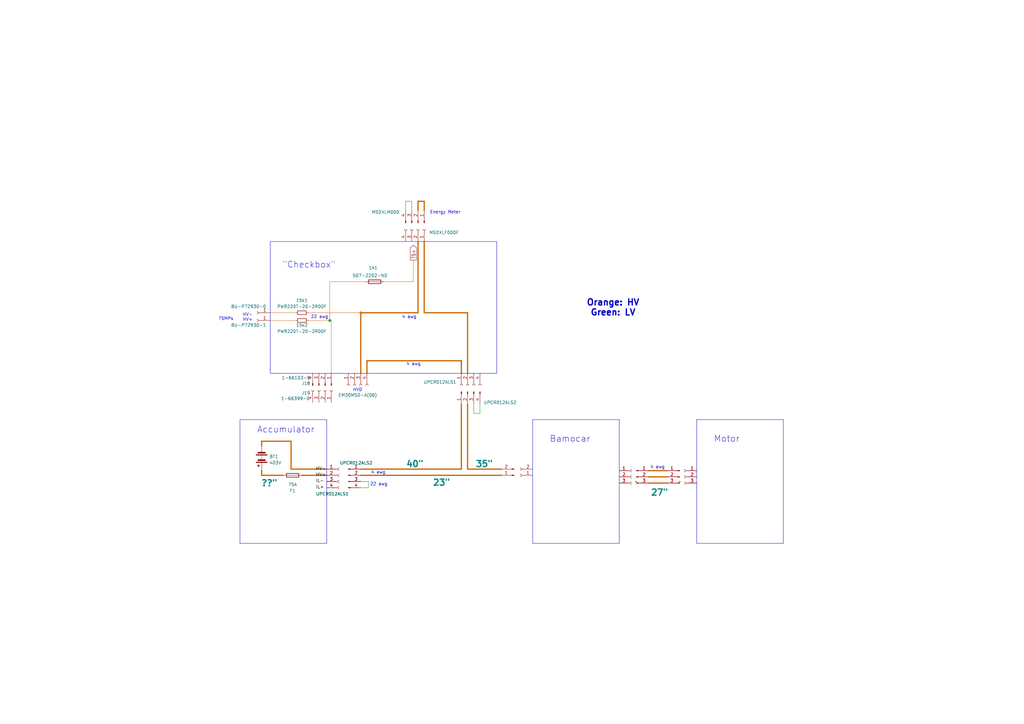
<source format=kicad_sch>
(kicad_sch (version 20231120) (generator "eeschema") (generator_version "8.0")
  (paper "A3")
  (lib_symbols
    (symbol "Connector:Conn_01x01_Socket" (pin_names (offset 1.016) hide)
      (property "Reference" "J" (at 0 2.54 0))
      (property "Value" "Conn_01x01_Socket" (at 0 -2.54 0))
      (symbol "Conn_01x01_Socket_1_1"
        (polyline (pts (xy -1.27 0) (xy -0.508 0)) (stroke (width 0.1524)))
        (arc (start 0 0.508) (mid -0.5058 0) (end 0 -0.508) (stroke (width 0.1524)))
        (pin passive line (at -5.08 0 0) (length 3.81) (name "Pin_1") (number "1"))
      )
    )
    (symbol "Connector:Conn_01x02_Pin" (pin_names (offset 1.016) hide)
      (property "Reference" "J" (at 0 2.54 0))
      (property "Value" "Conn_01x02_Pin" (at 0 -5.08 0))
      (symbol "Conn_01x02_Pin_1_1"
        (polyline (pts (xy 1.27 -2.54) (xy 0.8636 -2.54)) (stroke (width 0.1524)))
        (polyline (pts (xy 1.27 0) (xy 0.8636 0)) (stroke (width 0.1524)))
        (rectangle (start 0.8636 -2.413) (end 0 -2.667) (stroke (width 0.1524)) (fill (type outline)))
        (rectangle (start 0.8636 0.127) (end 0 -0.127) (stroke (width 0.1524)) (fill (type outline)))
        (pin passive line (at 5.08 0 180) (length 3.81) (name "Pin_1") (number "1"))
        (pin passive line (at 5.08 -2.54 180) (length 3.81) (name "Pin_2") (number "2"))
      )
    )
    (symbol "Connector:Conn_01x02_Socket" (pin_names (offset 1.016) hide)
      (property "Reference" "J" (at 0 2.54 0))
      (property "Value" "Conn_01x02_Socket" (at 0 -5.08 0))
      (symbol "Conn_01x02_Socket_1_1"
        (arc (start 0 -2.032) (mid -0.5058 -2.54) (end 0 -3.048) (stroke (width 0.1524)))
        (polyline (pts (xy -1.27 -2.54) (xy -0.508 -2.54)) (stroke (width 0.1524)))
        (polyline (pts (xy -1.27 0) (xy -0.508 0)) (stroke (width 0.1524)))
        (arc (start 0 0.508) (mid -0.5058 0) (end 0 -0.508) (stroke (width 0.1524)))
        (pin passive line (at -5.08 0 0) (length 3.81) (name "Pin_1") (number "1"))
        (pin passive line (at -5.08 -2.54 0) (length 3.81) (name "Pin_2") (number "2"))
      )
    )
    (symbol "Connector:Conn_01x03_Pin" (pin_names (offset 1.016) hide)
      (property "Reference" "J" (at 0 5.08 0))
      (property "Value" "Conn_01x03_Pin" (at 0 -5.08 0))
      (symbol "Conn_01x03_Pin_1_1"
        (polyline (pts (xy 1.27 -2.54) (xy 0.8636 -2.54)) (stroke (width 0.1524)))
        (polyline (pts (xy 1.27 0) (xy 0.8636 0)) (stroke (width 0.1524)))
        (polyline (pts (xy 1.27 2.54) (xy 0.8636 2.54)) (stroke (width 0.1524)))
        (rectangle (start 0.8636 -2.413) (end 0 -2.667) (stroke (width 0.1524)) (fill (type outline)))
        (rectangle (start 0.8636 0.127) (end 0 -0.127) (stroke (width 0.1524)) (fill (type outline)))
        (rectangle (start 0.8636 2.667) (end 0 2.413) (stroke (width 0.1524)) (fill (type outline)))
        (pin passive line (at 5.08 2.54 180) (length 3.81) (name "Pin_1") (number "1"))
        (pin passive line (at 5.08 0 180) (length 3.81) (name "Pin_2") (number "2"))
        (pin passive line (at 5.08 -2.54 180) (length 3.81) (name "Pin_3") (number "3"))
      )
    )
    (symbol "Connector:Conn_01x03_Socket" (pin_names (offset 1.016) hide)
      (property "Reference" "J" (at 0 5.08 0))
      (property "Value" "Conn_01x03_Socket" (at 0 -5.08 0))
      (symbol "Conn_01x03_Socket_1_1"
        (arc (start 0 -2.032) (mid -0.5058 -2.54) (end 0 -3.048) (stroke (width 0.1524)))
        (polyline (pts (xy -1.27 -2.54) (xy -0.508 -2.54)) (stroke (width 0.1524)))
        (polyline (pts (xy -1.27 0) (xy -0.508 0)) (stroke (width 0.1524)))
        (polyline (pts (xy -1.27 2.54) (xy -0.508 2.54)) (stroke (width 0.1524)))
        (arc (start 0 0.508) (mid -0.5058 0) (end 0 -0.508) (stroke (width 0.1524)))
        (arc (start 0 3.048) (mid -0.5058 2.54) (end 0 2.032) (stroke (width 0.1524)))
        (pin passive line (at -5.08 2.54 0) (length 3.81) (name "Pin_1") (number "1"))
        (pin passive line (at -5.08 0 0) (length 3.81) (name "Pin_2") (number "2"))
        (pin passive line (at -5.08 -2.54 0) (length 3.81) (name "Pin_3") (number "3"))
      )
    )
    (symbol "Connector:Conn_01x04_Pin" (pin_names (offset 1.016) hide)
      (property "Reference" "J" (at 0 5.08 0))
      (property "Value" "Conn_01x04_Pin" (at 0 -7.62 0))
      (symbol "Conn_01x04_Pin_1_1"
        (polyline (pts (xy 1.27 -5.08) (xy 0.8636 -5.08)) (stroke (width 0.1524)))
        (polyline (pts (xy 1.27 -2.54) (xy 0.8636 -2.54)) (stroke (width 0.1524)))
        (polyline (pts (xy 1.27 0) (xy 0.8636 0)) (stroke (width 0.1524)))
        (polyline (pts (xy 1.27 2.54) (xy 0.8636 2.54)) (stroke (width 0.1524)))
        (rectangle (start 0.8636 -4.953) (end 0 -5.207) (stroke (width 0.1524)) (fill (type outline)))
        (rectangle (start 0.8636 -2.413) (end 0 -2.667) (stroke (width 0.1524)) (fill (type outline)))
        (rectangle (start 0.8636 0.127) (end 0 -0.127) (stroke (width 0.1524)) (fill (type outline)))
        (rectangle (start 0.8636 2.667) (end 0 2.413) (stroke (width 0.1524)) (fill (type outline)))
        (pin passive line (at 5.08 2.54 180) (length 3.81) (name "Pin_1") (number "1"))
        (pin passive line (at 5.08 0 180) (length 3.81) (name "Pin_2") (number "2"))
        (pin passive line (at 5.08 -2.54 180) (length 3.81) (name "Pin_3") (number "3"))
        (pin passive line (at 5.08 -5.08 180) (length 3.81) (name "Pin_4") (number "4"))
      )
    )
    (symbol "Connector:Conn_01x04_Socket" (pin_names (offset 1.016) hide)
      (property "Reference" "J" (at 0 5.08 0))
      (property "Value" "Conn_01x04_Socket" (at 0 -7.62 0))
      (symbol "Conn_01x04_Socket_1_1"
        (arc (start 0 -4.572) (mid -0.5058 -5.08) (end 0 -5.588) (stroke (width 0.1524)))
        (arc (start 0 -2.032) (mid -0.5058 -2.54) (end 0 -3.048) (stroke (width 0.1524)))
        (polyline (pts (xy -1.27 -5.08) (xy -0.508 -5.08)) (stroke (width 0.1524)))
        (polyline (pts (xy -1.27 -2.54) (xy -0.508 -2.54)) (stroke (width 0.1524)))
        (polyline (pts (xy -1.27 0) (xy -0.508 0)) (stroke (width 0.1524)))
        (polyline (pts (xy -1.27 2.54) (xy -0.508 2.54)) (stroke (width 0.1524)))
        (arc (start 0 0.508) (mid -0.5058 0) (end 0 -0.508) (stroke (width 0.1524)))
        (arc (start 0 3.048) (mid -0.5058 2.54) (end 0 2.032) (stroke (width 0.1524)))
        (pin passive line (at -5.08 2.54 0) (length 3.81) (name "Pin_1") (number "1"))
        (pin passive line (at -5.08 0 0) (length 3.81) (name "Pin_2") (number "2"))
        (pin passive line (at -5.08 -2.54 0) (length 3.81) (name "Pin_3") (number "3"))
        (pin passive line (at -5.08 -5.08 0) (length 3.81) (name "Pin_4") (number "4"))
      )
    )
    (symbol "Device:Battery" (pin_numbers hide) (pin_names (offset 0) hide)
      (property "Reference" "BT" (at 2.54 2.54 0))
      (property "Value" "Battery" (at 2.54 0 0))
      (symbol "Battery_0_1"
        (rectangle (start -2.286 -1.27) (end 2.286 -1.524) (fill (type outline)))
        (rectangle (start -2.286 1.778) (end 2.286 1.524) (fill (type outline)))
        (rectangle (start -1.524 -2.032) (end 1.524 -2.54) (fill (type outline)))
        (rectangle (start -1.524 1.016) (end 1.524 0.508) (fill (type outline)))
        (polyline (pts (xy 0 -1.016) (xy 0 -0.762)))
        (polyline (pts (xy 0 -0.508) (xy 0 -0.254)))
        (polyline (pts (xy 0 0) (xy 0 0.254)))
        (polyline (pts (xy 0 1.778) (xy 0 2.54)))
        (polyline (pts (xy 0.762 3.048) (xy 1.778 3.048)) (stroke (width 0.254)))
        (polyline (pts (xy 1.27 3.556) (xy 1.27 2.54)) (stroke (width 0.254)))
      )
      (symbol "Battery_1_1"
        (pin passive line (at 0 5.08 270) (length 2.54) (name "+") (number "1"))
        (pin passive line (at 0 -5.08 90) (length 2.54) (name "-") (number "2"))
      )
    )
    (symbol "Device:Fuse" (pin_numbers hide) (pin_names (offset 0))
      (property "Reference" "F" (at 2.032 0 90))
      (property "Value" "Fuse" (at -1.905 0 90))
      (symbol "Fuse_0_1"
        (rectangle (start -0.762 -2.54) (end 0.762 2.54) (stroke (width 0.254)))
        (polyline (pts (xy 0 2.54) (xy 0 -2.54)))
      )
      (symbol "Fuse_1_1"
        (pin passive line (at 0 3.81 270) (length 1.27) (name "~") (number "1"))
        (pin passive line (at 0 -3.81 90) (length 1.27) (name "~") (number "2"))
      )
    )
    (symbol "Device:R_Small" (pin_numbers hide) (pin_names (offset 0.254) hide)
      (property "Reference" "R" (at 0.762 0.508 0))
      (property "Value" "R_Small" (at 0.762 -1.016 0))
      (symbol "R_Small_0_1"
        (rectangle (start -0.762 1.778) (end 0.762 -1.778) (stroke (width 0.2032)))
      )
      (symbol "R_Small_1_1"
        (pin passive line (at 0 2.54 270) (length 0.762) (name "~") (number "1"))
        (pin passive line (at 0 -2.54 90) (length 0.762) (name "~") (number "2"))
      )
    )
  )
  (junction (at 147.955 128.27) (color 204 102 0 1))
  (junction (at 135.255 131.445))
  (wire (pts (xy 135.255 115.57) (xy 149.86 115.57)) (stroke (width 0) (color 204 102 0 1)))
  (wire (pts (xy 266.065 198.12) (xy 273.685 198.12)) (stroke (width 0.508) (color 204 102 0 1)))
  (wire (pts (xy 191.77 192.405) (xy 205.74 192.405)) (stroke (width 0.508) (color 204 102 0 1)))
  (wire (pts (xy 173.99 82.55) (xy 173.99 86.36)) (stroke (width 0.508) (color 204 102 0 1)))
  (wire (pts (xy 147.955 200.025) (xy 151.13 200.025)))
  (wire (pts (xy 119.38 180.975) (xy 107.315 180.975)) (stroke (width 0.508) (color 204 102 0 1)))
  (wire (pts (xy 196.85 169.545) (xy 196.85 165.735)))
  (wire (pts (xy 173.99 128.27) (xy 173.99 99.06)) (stroke (width 0.508) (color 204 102 0 1)))
  (wire (pts (xy 171.45 82.55) (xy 171.45 86.36)) (stroke (width 0.508) (color 204 102 0 1)))
  (wire (pts (xy 107.315 180.975) (xy 107.315 182.88)) (stroke (width 0.508) (color 204 102 0 1)))
  (wire (pts (xy 133.985 192.405) (xy 119.38 192.405)) (stroke (width 0.508) (color 204 102 0 1)))
  (wire (pts (xy 189.23 147.955) (xy 150.495 147.955)) (stroke (width 0.508) (color 204 102 0 1)))
  (wire (pts (xy 151.13 197.485) (xy 147.955 197.485)))
  (wire (pts (xy 189.23 153.035) (xy 189.23 147.955)) (stroke (width 0.508) (color 204 102 0 1)))
  (wire (pts (xy 121.285 128.27) (xy 110.49 128.27)) (stroke (width 0) (color 204 102 0 1)))
  (wire (pts (xy 147.955 192.405) (xy 189.23 192.405)) (stroke (width 0.508) (color 204 102 0 1)))
  (wire (pts (xy 107.315 193.04) (xy 107.315 194.945)) (stroke (width 0.508) (color 204 102 0 1)))
  (wire (pts (xy 135.255 131.445) (xy 135.255 115.57)) (stroke (width 0) (color 204 102 0 1)))
  (wire (pts (xy 107.315 194.945) (xy 116.205 194.945)) (stroke (width 0.508) (color 204 102 0 1)))
  (wire (pts (xy 150.495 147.955) (xy 150.495 153.035)) (stroke (width 0.508) (color 204 102 0 1)))
  (wire (pts (xy 123.825 194.945) (xy 133.985 194.945)) (stroke (width 0.508) (color 204 102 0 1)))
  (wire (pts (xy 168.91 82.55) (xy 166.37 82.55)))
  (wire (pts (xy 169.545 106.68) (xy 169.545 115.57)) (stroke (width 0) (color 204 102 0 1)))
  (wire (pts (xy 119.38 192.405) (xy 119.38 180.975)) (stroke (width 0.508) (color 204 102 0 1)))
  (wire (pts (xy 266.065 193.04) (xy 273.685 193.04)) (stroke (width 0.508) (color 204 102 0 1)))
  (wire (pts (xy 135.89 131.445) (xy 135.89 153.035)) (stroke (width 0) (color 204 102 0 1)))
  (wire (pts (xy 135.255 131.445) (xy 126.365 131.445)) (stroke (width 0) (color 204 102 0 1)))
  (wire (pts (xy 147.955 194.945) (xy 205.74 194.945)) (stroke (width 0.508) (color 204 102 0 1)))
  (wire (pts (xy 168.91 86.36) (xy 168.91 82.55)))
  (wire (pts (xy 191.77 165.735) (xy 191.77 192.405)) (stroke (width 0.508) (color 204 102 0 1)))
  (wire (pts (xy 173.99 128.27) (xy 191.77 128.27)) (stroke (width 0.508) (color 204 102 0 1)))
  (wire (pts (xy 171.45 82.55) (xy 173.99 82.55)) (stroke (width 0.508) (color 204 102 0 1)))
  (wire (pts (xy 194.31 169.545) (xy 196.85 169.545)))
  (wire (pts (xy 121.285 131.445) (xy 110.49 131.445)) (stroke (width 0) (color 204 102 0 1)))
  (wire (pts (xy 191.77 128.27) (xy 191.77 153.035)) (stroke (width 0.508) (color 204 102 0 1)))
  (wire (pts (xy 151.13 197.485) (xy 151.13 200.025)))
  (wire (pts (xy 194.31 165.735) (xy 194.31 169.545)))
  (wire (pts (xy 266.065 195.58) (xy 273.685 195.58)) (stroke (width 0.508) (color 204 102 0 1)))
  (wire (pts (xy 171.45 128.27) (xy 171.45 99.06)) (stroke (width 0.508) (color 204 102 0 1)))
  (wire (pts (xy 169.545 115.57) (xy 157.48 115.57)) (stroke (width 0) (color 204 102 0 1)))
  (wire (pts (xy 147.955 128.27) (xy 147.955 153.035)) (stroke (width 0.508) (color 204 102 0 1)))
  (wire (pts (xy 166.37 82.55) (xy 166.37 86.36)))
  (wire (pts (xy 135.89 131.445) (xy 135.255 131.445)) (stroke (width 0) (color 204 102 0 1)))
  (wire (pts (xy 126.365 128.27) (xy 147.955 128.27)) (stroke (width 0) (color 204 102 0 1)))
  (wire (pts (xy 147.955 128.27) (xy 171.45 128.27)) (stroke (width 0.508) (color 204 102 0 1)))
  (wire (pts (xy 189.23 165.735) (xy 189.23 192.405)) (stroke (width 0.508) (color 204 102 0 1)))
  (rectangle (start 98.425 172.085) (end 133.985 222.885))
  (rectangle (start 218.44 172.085) (end 254 222.885))
  (rectangle (start 110.871 99.06) (end 203.708 153.162))
  (rectangle (start 285.75 172.085) (end 321.31 222.885))
  (text "22 awg" (at 151.765 199.39 0) (effects (font (size 1.27 1.27)) (justify left bottom)))
  (text "22 awg" (at 131.064 130.048 0) (effects (font (size 1.27 1.27))))
  (text "Orange: HV\nGreen: LV" (at 251.46 126.238 0) (effects (font (size 2.54 2.54) (thickness 0.508) (bold yes))))
  (text "TSMPs" (at 92.71 130.81 0) (effects (font (size 1.27 1.27))))
  (text "HVD" (at 146.685 160.02 0) (effects (font (size 1.27 1.27))))
  (text "40\"" (at 170.18 190.5 0) (effects (font (size 2.54 2.54) (thickness 0.508) (bold yes))))
  (text "HV-\nHV+" (at 101.6 130.175 0) (effects (font (size 1.27 1.27))))
  (text "4 awg" (at 152.146 194.564 0) (effects (font (size 1.27 1.27)) (justify left bottom)))
  (text "4 awg" (at 266.7 192.405 0) (effects (font (size 1.27 1.27)) (justify left bottom)))
  (text "Bamocar" (at 225.425 181.61 0) (effects (font (size 2.54 2.54)) (justify left bottom)))
  (text "4 awg" (at 164.846 130.81 0) (effects (font (size 1.27 1.27)) (justify left bottom)))
  (text "27\"" (at 270.51 202.184 0) (effects (font (size 2.54 2.54) (thickness 0.508) (bold yes))))
  (text "Checkbox" (at 139.065 -5.08 0) (effects (font (size 2.54 2.54)) (justify left bottom)))
  (text "23\"" (at 181.102 198.12 0) (effects (font (size 2.54 2.54) (thickness 0.508) (bold yes))))
  (text "??\"" (at 110.49 198.374 0) (effects (font (size 2.54 2.54) (thickness 0.508) (bold yes))))
  (text "4 awg" (at 166.624 150.114 0) (effects (font (size 1.27 1.27)) (justify left bottom)))
  (text "35\"" (at 198.628 190.5 0) (effects (font (size 2.54 2.54) (thickness 0.508) (bold yes))))
  (text "IL-\n" (at 129.54 198.12 0) (effects (font (size 1.27 1.27)) (justify left bottom)))
  (text "\"Checkbox\"" (at 126.746 108.712 0) (effects (font (size 2.54 2.54))))
  (text "HV+\n" (at 129.54 195.58 0) (effects (font (size 1.27 1.27)) (justify left bottom)))
  (text "Motor\n" (at 292.735 181.61 0) (effects (font (size 2.54 2.54)) (justify left bottom)))
  (text "HV-\n" (at 129.54 193.04 0) (effects (font (size 1.27 1.27)) (justify left bottom)))
  (text "Energy Meter" (at 182.626 87.122 0) (effects (font (size 1.27 1.27))))
  (text "IL+" (at 129.54 200.66 0) (effects (font (size 1.27 1.27)) (justify left bottom)))
  (text "Accumulator" (at 105.41 177.8 0) (effects (font (size 2.54 2.54)) (justify left bottom)))
  (global_label "TS+" (shape output) (at 169.545 106.68 90) (property "Intersheetrefs" "${INTERSHEET_REFS}" (effects (hide yes))))
  (symbol (lib_id "Connector:Conn_01x03_Pin") (at 260.985 195.58 0) (unit 1)
    (property "Reference" "J1" (effects (hide yes)))
    (property "Value" "Conn_01x03_Pin" (effects (hide yes)))
  )
  (symbol (lib_id "Connector:Conn_01x04_Socket") (at 171.45 93.98 270) (mirror x) (unit 1)
    (property "Reference" "J8" (effects (hide yes)))
    (property "Value" "MSDXLF000F" (at 176.022 95.377 90) (effects (justify left)))
  )
  (symbol (lib_id "Connector:Conn_01x03_Pin") (at 278.765 195.58 0) (mirror y) (unit 1)
    (property "Reference" "J13" (effects (hide yes)))
    (property "Value" "Conn_01x03_Pin" (effects (hide yes)))
  )
  (symbol (lib_id "Connector:Conn_01x01_Socket") (at 105.41 128.27 0) (mirror y) (unit 1)
    (property "Reference" "J14" (effects (hide yes)))
    (property "Value" "BU-P72930-0" (at 109.22 125.73 0) (effects (justify left)))
  )
  (symbol (lib_id "Connector:Conn_01x04_Pin") (at 142.875 194.945 0) (unit 1)
    (property "Reference" "J4" (effects (hide yes)))
    (property "Value" "UPCR012ALS2" (at 146.05 189.865 0))
  )
  (symbol (lib_id "Connector:Conn_01x04_Pin") (at 191.77 160.655 90) (mirror x) (unit 1)
    (property "Reference" "J15" (effects (hide yes)))
    (property "Value" "UPCR012ALS2" (at 205.105 165.1 90))
  )
  (symbol (lib_id "Device:Battery") (at 107.315 187.96 180) (unit 1)
    (property "Reference" "BT1" (at 110.49 187.2614 0) (effects (justify right)))
    (property "Value" "403V" (at 110.49 189.8014 0) (effects (justify right)))
    (property "Description" "Multiple-cell battery" (effects (hide yes)))
  )
  (symbol (lib_id "Device:Fuse") (at 120.015 194.945 90) (mirror x) (unit 1)
    (property "Reference" "F1" (at 120.015 201.295 90))
    (property "Value" "75A" (at 120.015 198.755 90))
    (property "Description" "Fuse" (effects (hide yes)))
  )
  (symbol (lib_id "Device:R_Small") (at 123.825 131.445 270) (mirror x) (unit 1)
    (property "Reference" "15k2" (at 123.825 133.35 90))
    (property "Value" "PWR220T-20-2R00F" (at 123.825 135.89 90))
  )
  (symbol (lib_id "Device:R_Small") (at 123.825 128.27 270) (mirror x) (unit 1)
    (property "Reference" "15k1" (at 123.825 123.19 90))
    (property "Value" "PWR220T-20-2R00F" (at 123.825 125.73 90))
  )
  (symbol (lib_id "Connector:Conn_01x04_Pin") (at 171.45 91.44 270) (mirror x) (unit 1)
    (property "Reference" "J9" (effects (hide yes)))
    (property "Value" "MSDXLM000" (at 158.115 86.995 90))
  )
  (symbol (lib_id "Connector:Conn_01x04_Socket") (at 191.77 158.115 90) (mirror x) (unit 1)
    (property "Reference" "J16" (effects (hide yes)))
    (property "Value" "UPCR012ALS1" (at 187.198 156.718 90) (effects (justify left)))
  )
  (symbol (lib_id "Connector:Conn_01x04_Socket") (at 139.065 194.945 0) (unit 1)
    (property "Reference" "J6" (effects (hide yes)))
    (property "Value" "UPCR012ALS1" (at 129.54 202.565 0) (effects (justify left)))
  )
  (symbol (lib_id "Connector:Conn_01x01_Socket") (at 105.41 131.445 0) (mirror y) (unit 1)
    (property "Reference" "BU-P72930-1" (at 109.22 133.35 0) (effects (justify left)))
    (property "Value" "Conn_01x01_Socket" (effects (hide yes)))
  )
  (symbol (lib_id "Connector:Conn_01x03_Socket") (at 280.67 195.58 0) (mirror y) (unit 1)
    (property "Reference" "J12" (effects (hide yes)))
    (property "Value" "~" (at 279.4 197.485 0) (effects (justify left)))
  )
  (symbol (lib_id "Connector:Conn_01x04_Socket") (at 133.35 160.02 270) (mirror x) (unit 1)
    (property "Reference" "J19" (at 125.476 161.163 90))
    (property "Value" "1-66399-0" (at 121.158 163.449 90))
  )
  (symbol (lib_id "Connector:Conn_01x04_Pin") (at 133.35 158.115 270) (mirror x) (unit 1)
    (property "Reference" "J18" (at 125.476 157.226 90))
    (property "Value" "1-66103-8" (at 121.412 154.94 90))
  )
  (symbol (lib_id "Connector:Conn_01x04_Socket") (at 145.415 158.115 90) (mirror x) (unit 1)
    (property "Reference" "J17" (effects (hide yes)))
    (property "Value" "EM30MSD-A(06)" (at 154.686 162.052 90) (effects (justify left)))
  )
  (symbol (lib_id "Device:Fuse") (at 153.67 115.57 270) (mirror x) (unit 1)
    (property "Reference" "1A1" (at 153.035 109.855 90))
    (property "Value" "507-2202-ND" (at 151.765 113.03 90))
  )
  (symbol (lib_id "Connector:Conn_01x02_Socket") (at 213.36 194.945 180) (unit 1)
    (property "Reference" "J7" (effects (hide yes)))
    (property "Value" "Conn_01x02_Socket" (effects (hide yes)))
    (property "Description" "Generic connector, single row, 01x02, script generated" (effects (hide yes)))
  )
  (symbol (lib_id "Connector:Conn_01x02_Pin") (at 210.82 194.945 180) (unit 1)
    (property "Reference" "J5" (effects (hide yes)))
    (property "Value" "Conn_01x02_Pin" (effects (hide yes)))
    (property "Description" "Generic connector, single row, 01x02, script generated" (effects (hide yes)))
  )
  (symbol (lib_id "Connector:Conn_01x03_Socket") (at 259.08 195.58 0) (unit 1)
    (property "Reference" "J2" (effects (hide yes)))
    (property "Value" "~" (at 260.35 197.485 0) (effects (justify left)))
  )
)
</source>
